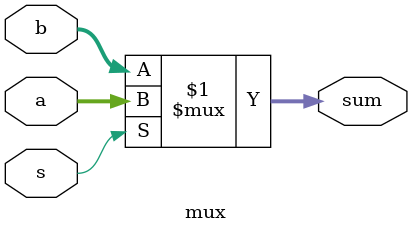
<source format=v>
module mux (output [4:0]sum, input [4:0]a,b,input s);

assign sum=s?a:b;

endmodule
</source>
